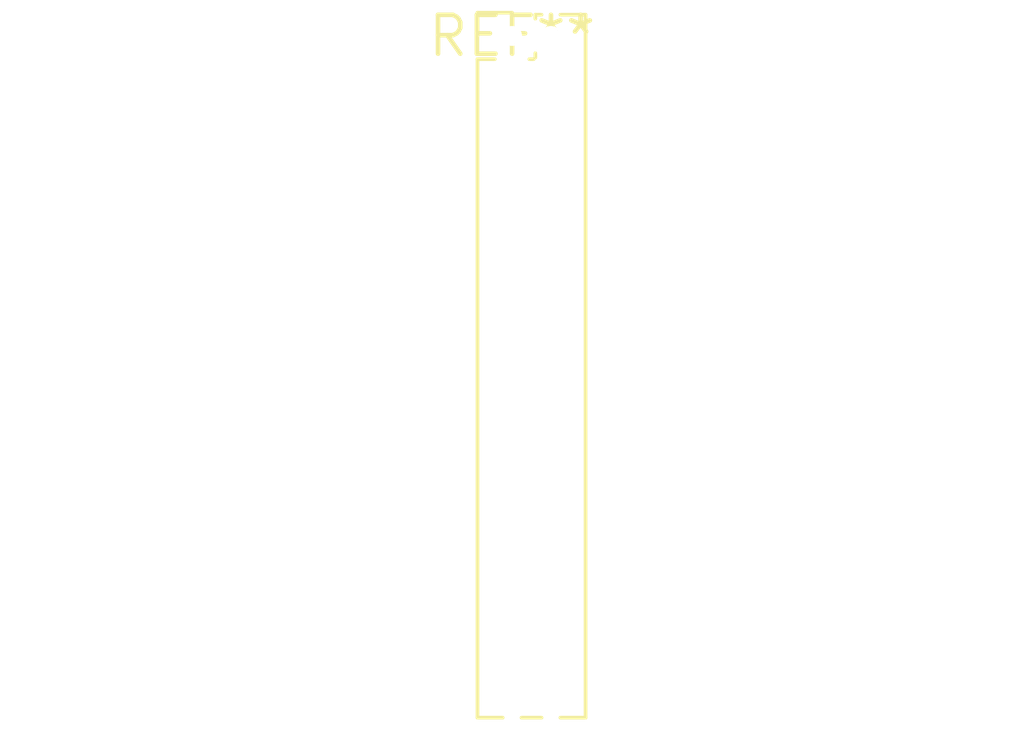
<source format=kicad_pcb>
(kicad_pcb (version 20240108) (generator pcbnew)
  (layers (0 "F.Cu" signal) (31 "B.Cu" signal) (34 "B.Paste" user) (35 "F.Paste" user) (36 "B.SilkS" user "B.Silkscreen") (37 "F.SilkS" user "F.Silkscreen") (38 "B.Mask" user) (39 "F.Mask" user) (44 "Edge.Cuts" user))
  (net 0 "")
  (footprint "PinHeader_2x18_P1.27mm_Vertical" (layer "F.Cu") (at 0 0)
    (property "Reference" "REF**")
    (property "Value" "PinHeader_2x18_P1.27mm_Vertical")
    (fp_line (start -1.13 -0.76) (end 0 -0.76) (layer "F.SilkS") (stroke (width 0.12)))
    (fp_line (start -1.13 0) (end -1.13 -0.76) (layer "F.SilkS") (stroke (width 0.12)))
    (fp_line (start -1.13 0.76) (end -1.13 22.285) (layer "F.SilkS") (stroke (width 0.12)))
    (fp_line (start -1.13 0.76) (end -0.563471 0.76) (layer "F.SilkS") (stroke (width 0.12)))
    (fp_line (start -1.13 22.285) (end -0.30753 22.285) (layer "F.SilkS") (stroke (width 0.12)))
    (fp_line (start 0.30753 22.285) (end 0.96247 22.285) (layer "F.SilkS") (stroke (width 0.12)))
    (fp_line (start 0.563471 0.76) (end 0.706529 0.76) (layer "F.SilkS") (stroke (width 0.12)))
    (fp_line (start 0.76 -0.695) (end 0.96247 -0.695) (layer "F.SilkS") (stroke (width 0.12)))
    (fp_line (start 0.76 -0.563471) (end 0.76 -0.695) (layer "F.SilkS") (stroke (width 0.12)))
    (fp_line (start 0.76 0.706529) (end 0.76 0.563471) (layer "F.SilkS") (stroke (width 0.12)))
    (fp_line (start 1.57753 -0.695) (end 2.4 -0.695) (layer "F.SilkS") (stroke (width 0.12)))
    (fp_line (start 1.57753 22.285) (end 2.4 22.285) (layer "F.SilkS") (stroke (width 0.12)))
    (fp_line (start 2.4 -0.695) (end 2.4 22.285) (layer "F.SilkS") (stroke (width 0.12)))
    (pad "1" thru_hole rect (at 0 0) (size 1 1) (drill 0.65) (layers *.Cu *.Mask) (remove_unused_layers))
    (pad "2" thru_hole oval (at 1.27 0) (size 1 1) (drill 0.65) (layers *.Cu *.Mask) (remove_unused_layers))
    (pad "3" thru_hole oval (at 0 1.27) (size 1 1) (drill 0.65) (layers *.Cu *.Mask) (remove_unused_layers))
    (pad "4" thru_hole oval (at 1.27 1.27) (size 1 1) (drill 0.65) (layers *.Cu *.Mask) (remove_unused_layers))
    (pad "5" thru_hole oval (at 0 2.54) (size 1 1) (drill 0.65) (layers *.Cu *.Mask) (remove_unused_layers))
    (pad "6" thru_hole oval (at 1.27 2.54) (size 1 1) (drill 0.65) (layers *.Cu *.Mask) (remove_unused_layers))
    (pad "7" thru_hole oval (at 0 3.81) (size 1 1) (drill 0.65) (layers *.Cu *.Mask) (remove_unused_layers))
    (pad "8" thru_hole oval (at 1.27 3.81) (size 1 1) (drill 0.65) (layers *.Cu *.Mask) (remove_unused_layers))
    (pad "9" thru_hole oval (at 0 5.08) (size 1 1) (drill 0.65) (layers *.Cu *.Mask) (remove_unused_layers))
    (pad "10" thru_hole oval (at 1.27 5.08) (size 1 1) (drill 0.65) (layers *.Cu *.Mask) (remove_unused_layers))
    (pad "11" thru_hole oval (at 0 6.35) (size 1 1) (drill 0.65) (layers *.Cu *.Mask) (remove_unused_layers))
    (pad "12" thru_hole oval (at 1.27 6.35) (size 1 1) (drill 0.65) (layers *.Cu *.Mask) (remove_unused_layers))
    (pad "13" thru_hole oval (at 0 7.62) (size 1 1) (drill 0.65) (layers *.Cu *.Mask) (remove_unused_layers))
    (pad "14" thru_hole oval (at 1.27 7.62) (size 1 1) (drill 0.65) (layers *.Cu *.Mask) (remove_unused_layers))
    (pad "15" thru_hole oval (at 0 8.89) (size 1 1) (drill 0.65) (layers *.Cu *.Mask) (remove_unused_layers))
    (pad "16" thru_hole oval (at 1.27 8.89) (size 1 1) (drill 0.65) (layers *.Cu *.Mask) (remove_unused_layers))
    (pad "17" thru_hole oval (at 0 10.16) (size 1 1) (drill 0.65) (layers *.Cu *.Mask) (remove_unused_layers))
    (pad "18" thru_hole oval (at 1.27 10.16) (size 1 1) (drill 0.65) (layers *.Cu *.Mask) (remove_unused_layers))
    (pad "19" thru_hole oval (at 0 11.43) (size 1 1) (drill 0.65) (layers *.Cu *.Mask) (remove_unused_layers))
    (pad "20" thru_hole oval (at 1.27 11.43) (size 1 1) (drill 0.65) (layers *.Cu *.Mask) (remove_unused_layers))
    (pad "21" thru_hole oval (at 0 12.7) (size 1 1) (drill 0.65) (layers *.Cu *.Mask) (remove_unused_layers))
    (pad "22" thru_hole oval (at 1.27 12.7) (size 1 1) (drill 0.65) (layers *.Cu *.Mask) (remove_unused_layers))
    (pad "23" thru_hole oval (at 0 13.97) (size 1 1) (drill 0.65) (layers *.Cu *.Mask) (remove_unused_layers))
    (pad "24" thru_hole oval (at 1.27 13.97) (size 1 1) (drill 0.65) (layers *.Cu *.Mask) (remove_unused_layers))
    (pad "25" thru_hole oval (at 0 15.24) (size 1 1) (drill 0.65) (layers *.Cu *.Mask) (remove_unused_layers))
    (pad "26" thru_hole oval (at 1.27 15.24) (size 1 1) (drill 0.65) (layers *.Cu *.Mask) (remove_unused_layers))
    (pad "27" thru_hole oval (at 0 16.51) (size 1 1) (drill 0.65) (layers *.Cu *.Mask) (remove_unused_layers))
    (pad "28" thru_hole oval (at 1.27 16.51) (size 1 1) (drill 0.65) (layers *.Cu *.Mask) (remove_unused_layers))
    (pad "29" thru_hole oval (at 0 17.78) (size 1 1) (drill 0.65) (layers *.Cu *.Mask) (remove_unused_layers))
    (pad "30" thru_hole oval (at 1.27 17.78) (size 1 1) (drill 0.65) (layers *.Cu *.Mask) (remove_unused_layers))
    (pad "31" thru_hole oval (at 0 19.05) (size 1 1) (drill 0.65) (layers *.Cu *.Mask) (remove_unused_layers))
    (pad "32" thru_hole oval (at 1.27 19.05) (size 1 1) (drill 0.65) (layers *.Cu *.Mask) (remove_unused_layers))
    (pad "33" thru_hole oval (at 0 20.32) (size 1 1) (drill 0.65) (layers *.Cu *.Mask) (remove_unused_layers))
    (pad "34" thru_hole oval (at 1.27 20.32) (size 1 1) (drill 0.65) (layers *.Cu *.Mask) (remove_unused_layers))
    (pad "35" thru_hole oval (at 0 21.59) (size 1 1) (drill 0.65) (layers *.Cu *.Mask) (remove_unused_layers))
    (pad "36" thru_hole oval (at 1.27 21.59) (size 1 1) (drill 0.65) (layers *.Cu *.Mask) (remove_unused_layers))
  )
)
</source>
